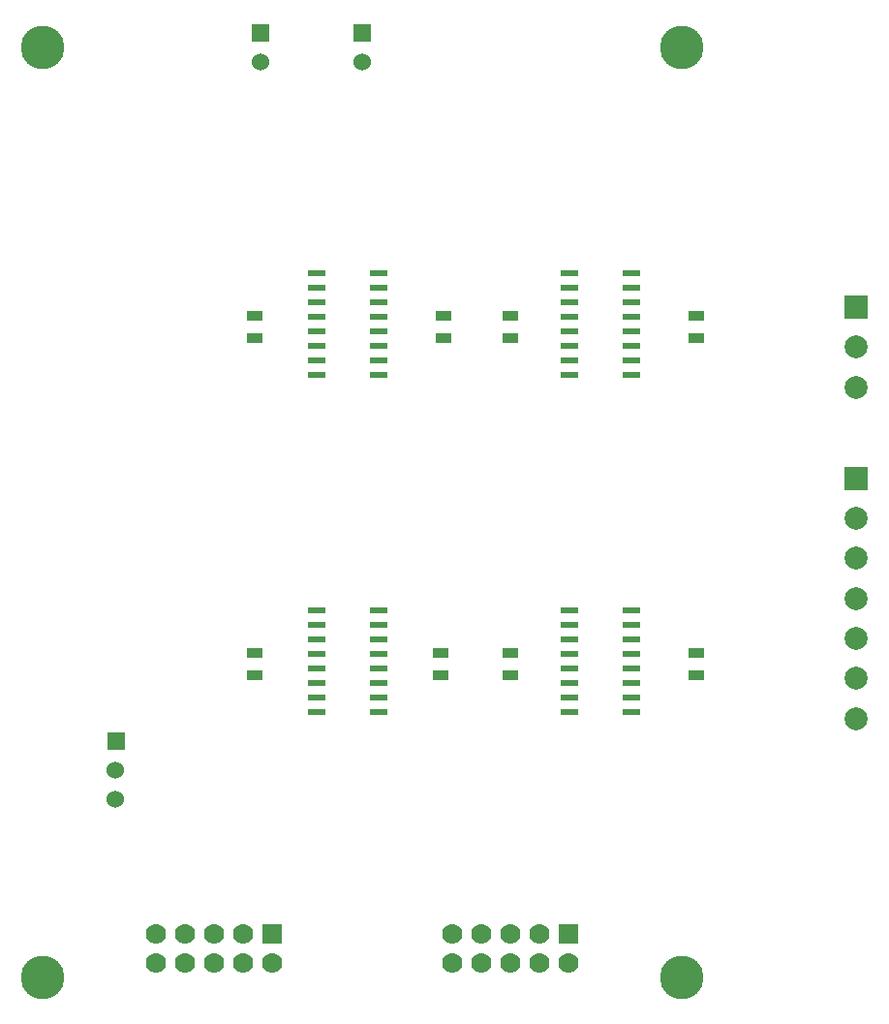
<source format=gts>
G04 (created by PCBNEW (2013-jul-07)-stable) date Thu 19 Jul 2018 04:00:03 PM PDT*
%MOIN*%
G04 Gerber Fmt 3.4, Leading zero omitted, Abs format*
%FSLAX34Y34*%
G01*
G70*
G90*
G04 APERTURE LIST*
%ADD10C,0.00590551*%
%ADD11R,0.055X0.035*%
%ADD12R,0.06X0.06*%
%ADD13C,0.06*%
%ADD14R,0.0787402X0.0787402*%
%ADD15C,0.0787402*%
%ADD16R,0.07X0.07*%
%ADD17C,0.07*%
%ADD18R,0.0610236X0.023622*%
%ADD19C,0.15*%
G04 APERTURE END LIST*
G54D10*
G54D11*
X54000Y-52325D03*
X54000Y-53075D03*
X47600Y-53075D03*
X47600Y-52325D03*
X54000Y-40725D03*
X54000Y-41475D03*
X47600Y-41475D03*
X47600Y-40725D03*
X45200Y-52325D03*
X45200Y-53075D03*
X38800Y-53075D03*
X38800Y-52325D03*
X45300Y-40725D03*
X45300Y-41475D03*
X38800Y-41475D03*
X38800Y-40725D03*
G54D12*
X34010Y-55350D03*
G54D13*
X33980Y-56350D03*
X33980Y-57350D03*
G54D12*
X39000Y-31000D03*
G54D13*
X39000Y-32000D03*
G54D12*
X42500Y-31000D03*
G54D13*
X42500Y-32000D03*
G54D14*
X59500Y-46316D03*
G54D15*
X59500Y-47694D03*
X59500Y-49072D03*
X59500Y-50450D03*
X59500Y-51827D03*
X59500Y-53205D03*
X59500Y-54583D03*
X59500Y-41800D03*
G54D14*
X59500Y-40422D03*
G54D15*
X59500Y-43178D03*
G54D16*
X39400Y-62000D03*
G54D17*
X39400Y-63000D03*
X38400Y-62000D03*
X38400Y-63000D03*
X37400Y-62000D03*
X37400Y-63000D03*
X36400Y-62000D03*
X36400Y-63000D03*
X35400Y-62000D03*
X35400Y-63000D03*
G54D16*
X49600Y-62000D03*
G54D17*
X49600Y-63000D03*
X48600Y-62000D03*
X48600Y-63000D03*
X47600Y-62000D03*
X47600Y-63000D03*
X46600Y-62000D03*
X46600Y-63000D03*
X45600Y-62000D03*
X45600Y-63000D03*
G54D18*
X49637Y-50850D03*
X49637Y-51350D03*
X49637Y-51850D03*
X49637Y-52350D03*
X51762Y-52350D03*
X51762Y-51850D03*
X51762Y-51350D03*
X51762Y-50850D03*
X49637Y-52850D03*
X49637Y-53350D03*
X49637Y-53850D03*
X49637Y-54350D03*
X51762Y-53350D03*
X51762Y-53850D03*
X51762Y-54350D03*
X51762Y-52850D03*
X49637Y-39250D03*
X49637Y-39750D03*
X49637Y-40250D03*
X49637Y-40750D03*
X51762Y-40750D03*
X51762Y-40250D03*
X51762Y-39750D03*
X51762Y-39250D03*
X49637Y-41250D03*
X49637Y-41750D03*
X49637Y-42250D03*
X49637Y-42750D03*
X51762Y-41750D03*
X51762Y-42250D03*
X51762Y-42750D03*
X51762Y-41250D03*
X40937Y-50850D03*
X40937Y-51350D03*
X40937Y-51850D03*
X40937Y-52350D03*
X43062Y-52350D03*
X43062Y-51850D03*
X43062Y-51350D03*
X43062Y-50850D03*
X40937Y-52850D03*
X40937Y-53350D03*
X40937Y-53850D03*
X40937Y-54350D03*
X43062Y-53350D03*
X43062Y-53850D03*
X43062Y-54350D03*
X43062Y-52850D03*
X40937Y-39250D03*
X40937Y-39750D03*
X40937Y-40250D03*
X40937Y-40750D03*
X43062Y-40750D03*
X43062Y-40250D03*
X43062Y-39750D03*
X43062Y-39250D03*
X40937Y-41250D03*
X40937Y-41750D03*
X40937Y-42250D03*
X40937Y-42750D03*
X43062Y-41750D03*
X43062Y-42250D03*
X43062Y-42750D03*
X43062Y-41250D03*
G54D19*
X31500Y-31500D03*
X53500Y-31500D03*
X53500Y-63500D03*
X31500Y-63500D03*
M02*

</source>
